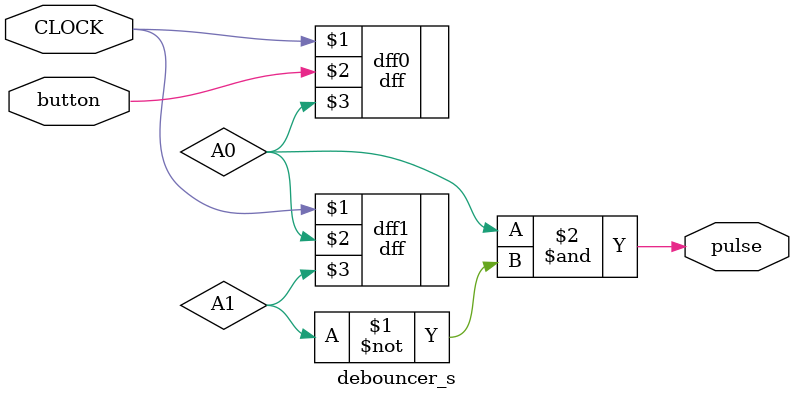
<source format=v>
`timescale 1ns / 1ps


module debouncer_s(
    input CLOCK,
    input button,
    output pulse
);
    wire A0,A1;
    dff dff0 (CLOCK,button,A0);
    dff dff1 (CLOCK,A0,A1);
    assign pulse = A0 & ~A1;
endmodule

</source>
